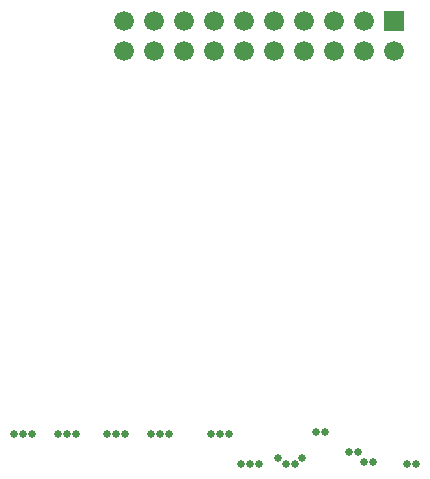
<source format=gbr>
G04 start of page 9 for group -4062 idx -4062 *
G04 Title: (unknown), soldermask *
G04 Creator: pcb 4.2.0 *
G04 CreationDate: Mon Sep 28 04:23:24 2020 UTC *
G04 For: commonadmin *
G04 Format: Gerber/RS-274X *
G04 PCB-Dimensions (mil): 2000.00 2300.00 *
G04 PCB-Coordinate-Origin: lower left *
%MOIN*%
%FSLAX25Y25*%
%LNBOTTOMMASK*%
%ADD41C,0.0660*%
%ADD40C,0.0001*%
%ADD39C,0.0260*%
G54D39*X124000Y52500D03*
X109000D03*
X112000D03*
X115000D03*
X127000D03*
X121500Y54500D03*
X99000Y62500D03*
X102000D03*
X105000D03*
X134000Y63000D03*
X137000D03*
X129500Y54500D03*
X149999Y53000D03*
X153000D03*
X145000Y56500D03*
X148000D03*
X164500Y52500D03*
X167500D03*
G54D40*G36*
X156700Y203300D02*Y196700D01*
X163300D01*
Y203300D01*
X156700D01*
G37*
G54D41*X150000Y200000D03*
X140000D03*
X160000Y190000D03*
X150000D03*
X140000D03*
X130000D03*
X120000D03*
X110000D03*
X130000Y200000D03*
X120000D03*
X110000D03*
X100000D03*
Y190000D03*
X90000Y200000D03*
X80000D03*
X70000D03*
X90000Y190000D03*
X80000D03*
X70000D03*
G54D39*X39500Y62500D03*
X54000D03*
X51000D03*
X48000D03*
X36500D03*
X33500D03*
X70500D03*
X67500D03*
X64500D03*
X85000D03*
X82000D03*
X79000D03*
M02*

</source>
